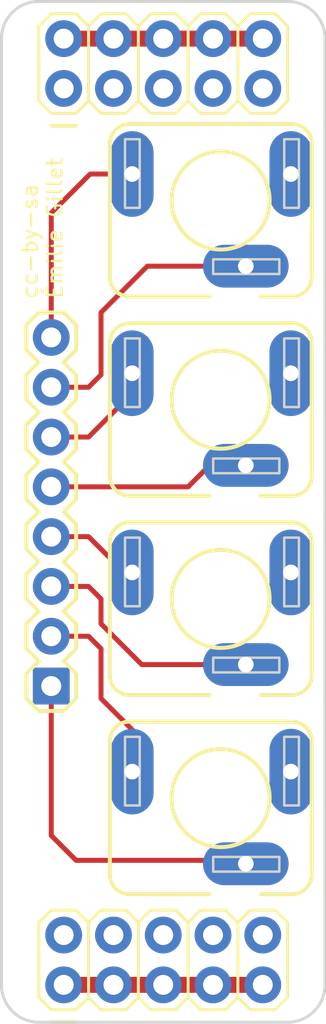
<source format=kicad_pcb>
(kicad_pcb (version 20171130) (host pcbnew 5.0.2+dfsg1-1)

  (general
    (thickness 1.6)
    (drawings 10)
    (tracks 41)
    (zones 0)
    (modules 7)
    (nets 12)
  )

  (page A4)
  (layers
    (0 Top signal)
    (31 Bottom signal)
    (32 B.Adhes user)
    (33 F.Adhes user)
    (34 B.Paste user)
    (35 F.Paste user)
    (36 B.SilkS user)
    (37 F.SilkS user)
    (38 B.Mask user)
    (39 F.Mask user)
    (40 Dwgs.User user)
    (41 Cmts.User user)
    (42 Eco1.User user)
    (43 Eco2.User user)
    (44 Edge.Cuts user)
    (45 Margin user)
    (46 B.CrtYd user)
    (47 F.CrtYd user)
    (48 B.Fab user)
    (49 F.Fab user)
  )

  (setup
    (last_trace_width 0.25)
    (trace_clearance 0.2)
    (zone_clearance 0.508)
    (zone_45_only no)
    (trace_min 0.2)
    (segment_width 0.2)
    (edge_width 0.15)
    (via_size 0.8)
    (via_drill 0.4)
    (via_min_size 0.4)
    (via_min_drill 0.3)
    (uvia_size 0.3)
    (uvia_drill 0.1)
    (uvias_allowed no)
    (uvia_min_size 0.2)
    (uvia_min_drill 0.1)
    (pcb_text_width 0.3)
    (pcb_text_size 1.5 1.5)
    (mod_edge_width 0.15)
    (mod_text_size 1 1)
    (mod_text_width 0.15)
    (pad_size 1.524 1.524)
    (pad_drill 0.762)
    (pad_to_mask_clearance 0.051)
    (solder_mask_min_width 0.25)
    (aux_axis_origin 0 0)
    (visible_elements FFFFFF7F)
    (pcbplotparams
      (layerselection 0x010fc_ffffffff)
      (usegerberextensions false)
      (usegerberattributes false)
      (usegerberadvancedattributes false)
      (creategerberjobfile false)
      (excludeedgelayer true)
      (linewidth 0.100000)
      (plotframeref false)
      (viasonmask false)
      (mode 1)
      (useauxorigin false)
      (hpglpennumber 1)
      (hpglpenspeed 20)
      (hpglpendiameter 15.000000)
      (psnegative false)
      (psa4output false)
      (plotreference true)
      (plotvalue true)
      (plotinvisibletext false)
      (padsonsilk false)
      (subtractmaskfromsilk false)
      (outputformat 1)
      (mirror false)
      (drillshape 1)
      (scaleselection 1)
      (outputdirectory ""))
  )

  (net 0 "")
  (net 1 GND)
  (net 2 VCC)
  (net 3 VEE)
  (net 4 /N$7)
  (net 5 /N$8)
  (net 6 /N$1)
  (net 7 /N$2)
  (net 8 /N$3)
  (net 9 /N$4)
  (net 10 /N$5)
  (net 11 /N$6)

  (net_class Default "Questo è il gruppo di collegamenti predefinito"
    (clearance 0.2)
    (trace_width 0.25)
    (via_dia 0.8)
    (via_drill 0.4)
    (uvia_dia 0.3)
    (uvia_drill 0.1)
    (add_net /N$1)
    (add_net /N$2)
    (add_net /N$3)
    (add_net /N$4)
    (add_net /N$5)
    (add_net /N$6)
    (add_net /N$7)
    (add_net /N$8)
    (add_net GND)
    (add_net VCC)
    (add_net VEE)
  )

  (module AVR_ICSP (layer Top) (tedit 0) (tstamp 5F1FF3B0)
    (at 148.5011 82.1386 90)
    (descr "<b>PIN HEADER</b>")
    (path /5F1FF983)
    (fp_text reference JP1 (at -2.794 3.302 180) (layer F.SilkS) hide
      (effects (font (size 0.38608 0.38608) (thickness 0.032512)) (justify right top))
    )
    (fp_text value M05X2PTH (at -2.794 0.254 180) (layer F.Fab) hide
      (effects (font (size 0.38608 0.38608) (thickness 0.032512)) (justify right top))
    )
    (fp_poly (pts (xy 1.016 2.794) (xy 1.524 2.794) (xy 1.524 2.286) (xy 1.016 2.286)) (layer F.Fab) (width 0))
    (fp_poly (pts (xy -1.524 2.794) (xy -1.016 2.794) (xy -1.016 2.286) (xy -1.524 2.286)) (layer F.Fab) (width 0))
    (fp_poly (pts (xy -1.524 5.334) (xy -1.016 5.334) (xy -1.016 4.826) (xy -1.524 4.826)) (layer F.Fab) (width 0))
    (fp_poly (pts (xy 1.016 5.334) (xy 1.524 5.334) (xy 1.524 4.826) (xy 1.016 4.826)) (layer F.Fab) (width 0))
    (fp_poly (pts (xy -1.524 0.254) (xy -1.016 0.254) (xy -1.016 -0.254) (xy -1.524 -0.254)) (layer F.SilkS) (width 0))
    (fp_poly (pts (xy 1.016 0.254) (xy 1.524 0.254) (xy 1.524 -0.254) (xy 1.016 -0.254)) (layer F.Fab) (width 0))
    (fp_poly (pts (xy -1.524 -2.286) (xy -1.016 -2.286) (xy -1.016 -2.794) (xy -1.524 -2.794)) (layer F.Fab) (width 0))
    (fp_poly (pts (xy 1.016 -2.286) (xy 1.524 -2.286) (xy 1.524 -2.794) (xy 1.016 -2.794)) (layer F.Fab) (width 0))
    (fp_poly (pts (xy 1.016 -4.826) (xy 1.524 -4.826) (xy 1.524 -5.334) (xy 1.016 -5.334)) (layer F.Fab) (width 0))
    (fp_poly (pts (xy -1.524 -4.826) (xy -1.016 -4.826) (xy -1.016 -5.334) (xy -1.524 -5.334)) (layer F.Fab) (width 0))
    (fp_line (start -3.175 -5.715) (end -3.175 -4.445) (layer F.SilkS) (width 0.2032))
    (fp_line (start -2.54 4.445) (end -2.54 5.715) (layer F.SilkS) (width 0.1524))
    (fp_line (start 1.905 6.35) (end -1.905 6.35) (layer F.SilkS) (width 0.1524))
    (fp_line (start 2.54 5.715) (end 1.905 6.35) (layer F.SilkS) (width 0.1524))
    (fp_line (start 2.54 4.445) (end 2.54 5.715) (layer F.SilkS) (width 0.1524))
    (fp_line (start 1.905 3.81) (end 2.54 4.445) (layer F.SilkS) (width 0.1524))
    (fp_line (start -2.54 5.715) (end -1.905 6.35) (layer F.SilkS) (width 0.1524))
    (fp_line (start -1.905 3.81) (end -2.54 4.445) (layer F.SilkS) (width 0.1524))
    (fp_line (start -2.54 -5.715) (end -2.54 -4.445) (layer F.SilkS) (width 0.1524))
    (fp_line (start -2.54 -3.175) (end -2.54 -1.905) (layer F.SilkS) (width 0.1524))
    (fp_line (start -2.54 -0.635) (end -2.54 0.635) (layer F.SilkS) (width 0.1524))
    (fp_line (start -2.54 1.905) (end -2.54 3.175) (layer F.SilkS) (width 0.1524))
    (fp_line (start 1.905 3.81) (end -1.905 3.81) (layer F.SilkS) (width 0.1524))
    (fp_line (start 1.905 1.27) (end -1.905 1.27) (layer F.SilkS) (width 0.1524))
    (fp_line (start 1.905 -1.27) (end -1.905 -1.27) (layer F.SilkS) (width 0.1524))
    (fp_line (start 1.905 -3.81) (end -1.905 -3.81) (layer F.SilkS) (width 0.1524))
    (fp_line (start 2.54 3.175) (end 1.905 3.81) (layer F.SilkS) (width 0.1524))
    (fp_line (start 2.54 1.905) (end 2.54 3.175) (layer F.SilkS) (width 0.1524))
    (fp_line (start 1.905 1.27) (end 2.54 1.905) (layer F.SilkS) (width 0.1524))
    (fp_line (start 2.54 0.635) (end 1.905 1.27) (layer F.SilkS) (width 0.1524))
    (fp_line (start 2.54 -0.635) (end 2.54 0.635) (layer F.SilkS) (width 0.1524))
    (fp_line (start 1.905 -1.27) (end 2.54 -0.635) (layer F.SilkS) (width 0.1524))
    (fp_line (start 2.54 -1.905) (end 1.905 -1.27) (layer F.SilkS) (width 0.1524))
    (fp_line (start 2.54 -3.175) (end 2.54 -1.905) (layer F.SilkS) (width 0.1524))
    (fp_line (start 1.905 -3.81) (end 2.54 -3.175) (layer F.SilkS) (width 0.1524))
    (fp_line (start 2.54 -4.445) (end 1.905 -3.81) (layer F.SilkS) (width 0.1524))
    (fp_line (start 2.54 -5.715) (end 2.54 -4.445) (layer F.SilkS) (width 0.1524))
    (fp_line (start 1.905 -6.35) (end 2.54 -5.715) (layer F.SilkS) (width 0.1524))
    (fp_line (start -1.905 -6.35) (end 1.905 -6.35) (layer F.SilkS) (width 0.1524))
    (fp_line (start -2.54 3.175) (end -1.905 3.81) (layer F.SilkS) (width 0.1524))
    (fp_line (start -1.905 1.27) (end -2.54 1.905) (layer F.SilkS) (width 0.1524))
    (fp_line (start -2.54 0.635) (end -1.905 1.27) (layer F.SilkS) (width 0.1524))
    (fp_line (start -1.905 -1.27) (end -2.54 -0.635) (layer F.SilkS) (width 0.1524))
    (fp_line (start -2.54 -1.905) (end -1.905 -1.27) (layer F.SilkS) (width 0.1524))
    (fp_line (start -1.905 -3.81) (end -2.54 -3.175) (layer F.SilkS) (width 0.1524))
    (fp_line (start -2.54 -4.445) (end -1.905 -3.81) (layer F.SilkS) (width 0.1524))
    (fp_line (start -1.905 -6.35) (end -2.54 -5.715) (layer F.SilkS) (width 0.1524))
    (pad 10 thru_hole circle (at 1.27 5.08) (size 1.8796 1.8796) (drill 1.016) (layers *.Cu *.Mask)
      (net 2 VCC) (solder_mask_margin 0.1016))
    (pad 9 thru_hole circle (at -1.27 5.08) (size 1.8796 1.8796) (drill 1.016) (layers *.Cu *.Mask)
      (net 1 GND) (solder_mask_margin 0.1016))
    (pad 8 thru_hole circle (at 1.27 2.54) (size 1.8796 1.8796) (drill 1.016) (layers *.Cu *.Mask)
      (net 2 VCC) (solder_mask_margin 0.1016))
    (pad 7 thru_hole circle (at -1.27 2.54) (size 1.8796 1.8796) (drill 1.016) (layers *.Cu *.Mask)
      (net 1 GND) (solder_mask_margin 0.1016))
    (pad 6 thru_hole circle (at 1.27 0) (size 1.8796 1.8796) (drill 1.016) (layers *.Cu *.Mask)
      (net 2 VCC) (solder_mask_margin 0.1016))
    (pad 5 thru_hole circle (at -1.27 0) (size 1.8796 1.8796) (drill 1.016) (layers *.Cu *.Mask)
      (net 1 GND) (solder_mask_margin 0.1016))
    (pad 4 thru_hole circle (at 1.27 -2.54) (size 1.8796 1.8796) (drill 1.016) (layers *.Cu *.Mask)
      (net 2 VCC) (solder_mask_margin 0.1016))
    (pad 3 thru_hole circle (at -1.27 -2.54) (size 1.8796 1.8796) (drill 1.016) (layers *.Cu *.Mask)
      (net 1 GND) (solder_mask_margin 0.1016))
    (pad 2 thru_hole circle (at 1.27 -5.08) (size 1.8796 1.8796) (drill 1.016) (layers *.Cu *.Mask)
      (net 2 VCC) (solder_mask_margin 0.1016))
    (pad 1 thru_hole circle (at -1.27 -5.08) (size 1.8796 1.8796) (drill 1.016) (layers *.Cu *.Mask)
      (net 1 GND) (solder_mask_margin 0.1016))
  )

  (module AVR_ICSP (layer Top) (tedit 0) (tstamp 5F1FF3EC)
    (at 148.5011 127.8586 90)
    (descr "<b>PIN HEADER</b>")
    (path /5F1FFB13)
    (fp_text reference JP3 (at -2.794 3.302 180) (layer F.SilkS) hide
      (effects (font (size 0.38608 0.38608) (thickness 0.032512)) (justify right top))
    )
    (fp_text value M05X2PTH (at -2.794 0.254 180) (layer F.Fab) hide
      (effects (font (size 0.38608 0.38608) (thickness 0.032512)) (justify right top))
    )
    (fp_poly (pts (xy 1.016 2.794) (xy 1.524 2.794) (xy 1.524 2.286) (xy 1.016 2.286)) (layer F.Fab) (width 0))
    (fp_poly (pts (xy -1.524 2.794) (xy -1.016 2.794) (xy -1.016 2.286) (xy -1.524 2.286)) (layer F.Fab) (width 0))
    (fp_poly (pts (xy -1.524 5.334) (xy -1.016 5.334) (xy -1.016 4.826) (xy -1.524 4.826)) (layer F.Fab) (width 0))
    (fp_poly (pts (xy 1.016 5.334) (xy 1.524 5.334) (xy 1.524 4.826) (xy 1.016 4.826)) (layer F.Fab) (width 0))
    (fp_poly (pts (xy -1.524 0.254) (xy -1.016 0.254) (xy -1.016 -0.254) (xy -1.524 -0.254)) (layer F.SilkS) (width 0))
    (fp_poly (pts (xy 1.016 0.254) (xy 1.524 0.254) (xy 1.524 -0.254) (xy 1.016 -0.254)) (layer F.Fab) (width 0))
    (fp_poly (pts (xy -1.524 -2.286) (xy -1.016 -2.286) (xy -1.016 -2.794) (xy -1.524 -2.794)) (layer F.Fab) (width 0))
    (fp_poly (pts (xy 1.016 -2.286) (xy 1.524 -2.286) (xy 1.524 -2.794) (xy 1.016 -2.794)) (layer F.Fab) (width 0))
    (fp_poly (pts (xy 1.016 -4.826) (xy 1.524 -4.826) (xy 1.524 -5.334) (xy 1.016 -5.334)) (layer F.Fab) (width 0))
    (fp_poly (pts (xy -1.524 -4.826) (xy -1.016 -4.826) (xy -1.016 -5.334) (xy -1.524 -5.334)) (layer F.Fab) (width 0))
    (fp_line (start -3.175 -5.715) (end -3.175 -4.445) (layer F.SilkS) (width 0.2032))
    (fp_line (start -2.54 4.445) (end -2.54 5.715) (layer F.SilkS) (width 0.1524))
    (fp_line (start 1.905 6.35) (end -1.905 6.35) (layer F.SilkS) (width 0.1524))
    (fp_line (start 2.54 5.715) (end 1.905 6.35) (layer F.SilkS) (width 0.1524))
    (fp_line (start 2.54 4.445) (end 2.54 5.715) (layer F.SilkS) (width 0.1524))
    (fp_line (start 1.905 3.81) (end 2.54 4.445) (layer F.SilkS) (width 0.1524))
    (fp_line (start -2.54 5.715) (end -1.905 6.35) (layer F.SilkS) (width 0.1524))
    (fp_line (start -1.905 3.81) (end -2.54 4.445) (layer F.SilkS) (width 0.1524))
    (fp_line (start -2.54 -5.715) (end -2.54 -4.445) (layer F.SilkS) (width 0.1524))
    (fp_line (start -2.54 -3.175) (end -2.54 -1.905) (layer F.SilkS) (width 0.1524))
    (fp_line (start -2.54 -0.635) (end -2.54 0.635) (layer F.SilkS) (width 0.1524))
    (fp_line (start -2.54 1.905) (end -2.54 3.175) (layer F.SilkS) (width 0.1524))
    (fp_line (start 1.905 3.81) (end -1.905 3.81) (layer F.SilkS) (width 0.1524))
    (fp_line (start 1.905 1.27) (end -1.905 1.27) (layer F.SilkS) (width 0.1524))
    (fp_line (start 1.905 -1.27) (end -1.905 -1.27) (layer F.SilkS) (width 0.1524))
    (fp_line (start 1.905 -3.81) (end -1.905 -3.81) (layer F.SilkS) (width 0.1524))
    (fp_line (start 2.54 3.175) (end 1.905 3.81) (layer F.SilkS) (width 0.1524))
    (fp_line (start 2.54 1.905) (end 2.54 3.175) (layer F.SilkS) (width 0.1524))
    (fp_line (start 1.905 1.27) (end 2.54 1.905) (layer F.SilkS) (width 0.1524))
    (fp_line (start 2.54 0.635) (end 1.905 1.27) (layer F.SilkS) (width 0.1524))
    (fp_line (start 2.54 -0.635) (end 2.54 0.635) (layer F.SilkS) (width 0.1524))
    (fp_line (start 1.905 -1.27) (end 2.54 -0.635) (layer F.SilkS) (width 0.1524))
    (fp_line (start 2.54 -1.905) (end 1.905 -1.27) (layer F.SilkS) (width 0.1524))
    (fp_line (start 2.54 -3.175) (end 2.54 -1.905) (layer F.SilkS) (width 0.1524))
    (fp_line (start 1.905 -3.81) (end 2.54 -3.175) (layer F.SilkS) (width 0.1524))
    (fp_line (start 2.54 -4.445) (end 1.905 -3.81) (layer F.SilkS) (width 0.1524))
    (fp_line (start 2.54 -5.715) (end 2.54 -4.445) (layer F.SilkS) (width 0.1524))
    (fp_line (start 1.905 -6.35) (end 2.54 -5.715) (layer F.SilkS) (width 0.1524))
    (fp_line (start -1.905 -6.35) (end 1.905 -6.35) (layer F.SilkS) (width 0.1524))
    (fp_line (start -2.54 3.175) (end -1.905 3.81) (layer F.SilkS) (width 0.1524))
    (fp_line (start -1.905 1.27) (end -2.54 1.905) (layer F.SilkS) (width 0.1524))
    (fp_line (start -2.54 0.635) (end -1.905 1.27) (layer F.SilkS) (width 0.1524))
    (fp_line (start -1.905 -1.27) (end -2.54 -0.635) (layer F.SilkS) (width 0.1524))
    (fp_line (start -2.54 -1.905) (end -1.905 -1.27) (layer F.SilkS) (width 0.1524))
    (fp_line (start -1.905 -3.81) (end -2.54 -3.175) (layer F.SilkS) (width 0.1524))
    (fp_line (start -2.54 -4.445) (end -1.905 -3.81) (layer F.SilkS) (width 0.1524))
    (fp_line (start -1.905 -6.35) (end -2.54 -5.715) (layer F.SilkS) (width 0.1524))
    (pad 10 thru_hole circle (at 1.27 5.08) (size 1.8796 1.8796) (drill 1.016) (layers *.Cu *.Mask)
      (net 1 GND) (solder_mask_margin 0.1016))
    (pad 9 thru_hole circle (at -1.27 5.08) (size 1.8796 1.8796) (drill 1.016) (layers *.Cu *.Mask)
      (net 3 VEE) (solder_mask_margin 0.1016))
    (pad 8 thru_hole circle (at 1.27 2.54) (size 1.8796 1.8796) (drill 1.016) (layers *.Cu *.Mask)
      (net 1 GND) (solder_mask_margin 0.1016))
    (pad 7 thru_hole circle (at -1.27 2.54) (size 1.8796 1.8796) (drill 1.016) (layers *.Cu *.Mask)
      (net 3 VEE) (solder_mask_margin 0.1016))
    (pad 6 thru_hole circle (at 1.27 0) (size 1.8796 1.8796) (drill 1.016) (layers *.Cu *.Mask)
      (net 1 GND) (solder_mask_margin 0.1016))
    (pad 5 thru_hole circle (at -1.27 0) (size 1.8796 1.8796) (drill 1.016) (layers *.Cu *.Mask)
      (net 3 VEE) (solder_mask_margin 0.1016))
    (pad 4 thru_hole circle (at 1.27 -2.54) (size 1.8796 1.8796) (drill 1.016) (layers *.Cu *.Mask)
      (net 1 GND) (solder_mask_margin 0.1016))
    (pad 3 thru_hole circle (at -1.27 -2.54) (size 1.8796 1.8796) (drill 1.016) (layers *.Cu *.Mask)
      (net 3 VEE) (solder_mask_margin 0.1016))
    (pad 2 thru_hole circle (at 1.27 -5.08) (size 1.8796 1.8796) (drill 1.016) (layers *.Cu *.Mask)
      (net 1 GND) (solder_mask_margin 0.1016))
    (pad 1 thru_hole circle (at -1.27 -5.08) (size 1.8796 1.8796) (drill 1.016) (layers *.Cu *.Mask)
      (net 3 VEE) (solder_mask_margin 0.1016))
  )

  (module 1502_03_SLOTTED (layer Top) (tedit 0) (tstamp 5F1FF428)
    (at 151.6761 99.2836 90)
    (path /5F1FF72B)
    (fp_text reference J2 (at -4.675 -6.445 90) (layer F.SilkS) hide
      (effects (font (size 1.2065 1.2065) (thickness 0.1016)) (justify left bottom))
    )
    (fp_text value 1502_03SLOTTED (at 0 0 90) (layer F.SilkS) hide
      (effects (font (size 1.27 1.27) (thickness 0.15)))
    )
    (fp_circle (center 0 -0.246) (end 3.6 -0.246) (layer F.Fab) (width 0.2032))
    (fp_circle (center 0 -0.246) (end 2.5 -0.246) (layer F.SilkS) (width 0.2032))
    (fp_line (start 3.125 3.75) (end 3.125 3) (layer Edge.Cuts) (width 0.127))
    (fp_line (start -0.375 3.75) (end 3.125 3.75) (layer Edge.Cuts) (width 0.127))
    (fp_line (start -0.375 3) (end -0.375 3.75) (layer Edge.Cuts) (width 0.127))
    (fp_line (start 3.125 3) (end -0.375 3) (layer Edge.Cuts) (width 0.127))
    (fp_line (start -3.75 2.75) (end -3.75 -0.625) (layer Edge.Cuts) (width 0.127))
    (fp_line (start -3 2.75) (end -3.75 2.75) (layer Edge.Cuts) (width 0.127))
    (fp_line (start -3 -0.625) (end -3 2.75) (layer Edge.Cuts) (width 0.127))
    (fp_line (start -3.75 -0.625) (end -3 -0.625) (layer Edge.Cuts) (width 0.127))
    (fp_line (start 3.125 -5.125) (end -0.375 -5.125) (layer Edge.Cuts) (width 0.127))
    (fp_line (start 3.125 -4.375) (end 3.125 -5.125) (layer Edge.Cuts) (width 0.127))
    (fp_line (start -0.375 -4.375) (end 3.125 -4.375) (layer Edge.Cuts) (width 0.127))
    (fp_line (start -0.375 -5.125) (end -0.375 -4.375) (layer Edge.Cuts) (width 0.127))
    (fp_line (start -4.9 3.4) (end -4.9 1.8) (layer F.SilkS) (width 0.2032))
    (fp_arc (start -3.9 3.4) (end -3.9 4.4) (angle 90) (layer F.SilkS) (width 0.2032))
    (fp_line (start 2.9 4.4) (end -3.9 4.4) (layer F.SilkS) (width 0.2032))
    (fp_arc (start 2.9 3.4) (end 3.9 3.4) (angle 90) (layer F.SilkS) (width 0.2032))
    (fp_line (start 3.9 -4.9) (end 3.9 3.4) (layer F.SilkS) (width 0.2032))
    (fp_arc (start 2.9 -4.9) (end 2.9 -5.9) (angle 90) (layer F.SilkS) (width 0.2032))
    (fp_line (start -3.9 -5.9) (end 2.9 -5.9) (layer F.SilkS) (width 0.2032))
    (fp_arc (start -3.9 -4.9) (end -4.9 -4.9) (angle 90) (layer F.SilkS) (width 0.2032))
    (fp_line (start -4.9 -0.8) (end -4.9 -4.9) (layer F.SilkS) (width 0.2032))
    (fp_line (start -4.9 1.8) (end -4.9 -0.8) (layer F.Fab) (width 0.2032))
    (pad 2 thru_hole oval (at 1.35 -4.76 270) (size 4.3688 2.1844) (drill 0.8) (layers *.Cu *.Mask)
      (net 6 /N$1) (solder_mask_margin 0.1016))
    (pad 3 thru_hole oval (at -3.35 1.04 180) (size 4.3688 2.1844) (drill 0.8) (layers *.Cu *.Mask)
      (net 7 /N$2) (solder_mask_margin 0.1016))
    (pad 1 thru_hole oval (at 1.35 3.34 270) (size 4.3688 2.1844) (drill 0.8) (layers *.Cu *.Mask)
      (net 1 GND) (solder_mask_margin 0.1016))
  )

  (module 1502_03_SLOTTED (layer Top) (tedit 0) (tstamp 5F1FF446)
    (at 151.6761 109.4436 90)
    (path /5F1FF7F3)
    (fp_text reference J3 (at -4.675 -6.445 90) (layer F.SilkS) hide
      (effects (font (size 1.2065 1.2065) (thickness 0.1016)) (justify left bottom))
    )
    (fp_text value 1502_03SLOTTED (at 0 0 90) (layer F.SilkS) hide
      (effects (font (size 1.27 1.27) (thickness 0.15)))
    )
    (fp_circle (center 0 -0.246) (end 3.6 -0.246) (layer F.Fab) (width 0.2032))
    (fp_circle (center 0 -0.246) (end 2.5 -0.246) (layer F.SilkS) (width 0.2032))
    (fp_line (start 3.125 3.75) (end 3.125 3) (layer Edge.Cuts) (width 0.127))
    (fp_line (start -0.375 3.75) (end 3.125 3.75) (layer Edge.Cuts) (width 0.127))
    (fp_line (start -0.375 3) (end -0.375 3.75) (layer Edge.Cuts) (width 0.127))
    (fp_line (start 3.125 3) (end -0.375 3) (layer Edge.Cuts) (width 0.127))
    (fp_line (start -3.75 2.75) (end -3.75 -0.625) (layer Edge.Cuts) (width 0.127))
    (fp_line (start -3 2.75) (end -3.75 2.75) (layer Edge.Cuts) (width 0.127))
    (fp_line (start -3 -0.625) (end -3 2.75) (layer Edge.Cuts) (width 0.127))
    (fp_line (start -3.75 -0.625) (end -3 -0.625) (layer Edge.Cuts) (width 0.127))
    (fp_line (start 3.125 -5.125) (end -0.375 -5.125) (layer Edge.Cuts) (width 0.127))
    (fp_line (start 3.125 -4.375) (end 3.125 -5.125) (layer Edge.Cuts) (width 0.127))
    (fp_line (start -0.375 -4.375) (end 3.125 -4.375) (layer Edge.Cuts) (width 0.127))
    (fp_line (start -0.375 -5.125) (end -0.375 -4.375) (layer Edge.Cuts) (width 0.127))
    (fp_line (start -4.9 3.4) (end -4.9 1.8) (layer F.SilkS) (width 0.2032))
    (fp_arc (start -3.9 3.4) (end -3.9 4.4) (angle 90) (layer F.SilkS) (width 0.2032))
    (fp_line (start 2.9 4.4) (end -3.9 4.4) (layer F.SilkS) (width 0.2032))
    (fp_arc (start 2.9 3.4) (end 3.9 3.4) (angle 90) (layer F.SilkS) (width 0.2032))
    (fp_line (start 3.9 -4.9) (end 3.9 3.4) (layer F.SilkS) (width 0.2032))
    (fp_arc (start 2.9 -4.9) (end 2.9 -5.9) (angle 90) (layer F.SilkS) (width 0.2032))
    (fp_line (start -3.9 -5.9) (end 2.9 -5.9) (layer F.SilkS) (width 0.2032))
    (fp_arc (start -3.9 -4.9) (end -4.9 -4.9) (angle 90) (layer F.SilkS) (width 0.2032))
    (fp_line (start -4.9 -0.8) (end -4.9 -4.9) (layer F.SilkS) (width 0.2032))
    (fp_line (start -4.9 1.8) (end -4.9 -0.8) (layer F.Fab) (width 0.2032))
    (pad 2 thru_hole oval (at 1.35 -4.76 270) (size 4.3688 2.1844) (drill 0.8) (layers *.Cu *.Mask)
      (net 8 /N$3) (solder_mask_margin 0.1016))
    (pad 3 thru_hole oval (at -3.35 1.04 180) (size 4.3688 2.1844) (drill 0.8) (layers *.Cu *.Mask)
      (net 9 /N$4) (solder_mask_margin 0.1016))
    (pad 1 thru_hole oval (at 1.35 3.34 270) (size 4.3688 2.1844) (drill 0.8) (layers *.Cu *.Mask)
      (net 1 GND) (solder_mask_margin 0.1016))
  )

  (module 1502_03_SLOTTED (layer Top) (tedit 0) (tstamp 5F1FF464)
    (at 151.6761 119.6036 90)
    (path /5F1FF8BB)
    (fp_text reference J4 (at -4.675 -6.445 90) (layer F.SilkS) hide
      (effects (font (size 1.2065 1.2065) (thickness 0.1016)) (justify left bottom))
    )
    (fp_text value 1502_03SLOTTED (at 0 0 90) (layer F.SilkS) hide
      (effects (font (size 1.27 1.27) (thickness 0.15)))
    )
    (fp_circle (center 0 -0.246) (end 3.6 -0.246) (layer F.Fab) (width 0.2032))
    (fp_circle (center 0 -0.246) (end 2.5 -0.246) (layer F.SilkS) (width 0.2032))
    (fp_line (start 3.125 3.75) (end 3.125 3) (layer Edge.Cuts) (width 0.127))
    (fp_line (start -0.375 3.75) (end 3.125 3.75) (layer Edge.Cuts) (width 0.127))
    (fp_line (start -0.375 3) (end -0.375 3.75) (layer Edge.Cuts) (width 0.127))
    (fp_line (start 3.125 3) (end -0.375 3) (layer Edge.Cuts) (width 0.127))
    (fp_line (start -3.75 2.75) (end -3.75 -0.625) (layer Edge.Cuts) (width 0.127))
    (fp_line (start -3 2.75) (end -3.75 2.75) (layer Edge.Cuts) (width 0.127))
    (fp_line (start -3 -0.625) (end -3 2.75) (layer Edge.Cuts) (width 0.127))
    (fp_line (start -3.75 -0.625) (end -3 -0.625) (layer Edge.Cuts) (width 0.127))
    (fp_line (start 3.125 -5.125) (end -0.375 -5.125) (layer Edge.Cuts) (width 0.127))
    (fp_line (start 3.125 -4.375) (end 3.125 -5.125) (layer Edge.Cuts) (width 0.127))
    (fp_line (start -0.375 -4.375) (end 3.125 -4.375) (layer Edge.Cuts) (width 0.127))
    (fp_line (start -0.375 -5.125) (end -0.375 -4.375) (layer Edge.Cuts) (width 0.127))
    (fp_line (start -4.9 3.4) (end -4.9 1.8) (layer F.SilkS) (width 0.2032))
    (fp_arc (start -3.9 3.4) (end -3.9 4.4) (angle 90) (layer F.SilkS) (width 0.2032))
    (fp_line (start 2.9 4.4) (end -3.9 4.4) (layer F.SilkS) (width 0.2032))
    (fp_arc (start 2.9 3.4) (end 3.9 3.4) (angle 90) (layer F.SilkS) (width 0.2032))
    (fp_line (start 3.9 -4.9) (end 3.9 3.4) (layer F.SilkS) (width 0.2032))
    (fp_arc (start 2.9 -4.9) (end 2.9 -5.9) (angle 90) (layer F.SilkS) (width 0.2032))
    (fp_line (start -3.9 -5.9) (end 2.9 -5.9) (layer F.SilkS) (width 0.2032))
    (fp_arc (start -3.9 -4.9) (end -4.9 -4.9) (angle 90) (layer F.SilkS) (width 0.2032))
    (fp_line (start -4.9 -0.8) (end -4.9 -4.9) (layer F.SilkS) (width 0.2032))
    (fp_line (start -4.9 1.8) (end -4.9 -0.8) (layer F.Fab) (width 0.2032))
    (pad 2 thru_hole oval (at 1.35 -4.76 270) (size 4.3688 2.1844) (drill 0.8) (layers *.Cu *.Mask)
      (net 10 /N$5) (solder_mask_margin 0.1016))
    (pad 3 thru_hole oval (at -3.35 1.04 180) (size 4.3688 2.1844) (drill 0.8) (layers *.Cu *.Mask)
      (net 11 /N$6) (solder_mask_margin 0.1016))
    (pad 1 thru_hole oval (at 1.35 3.34 270) (size 4.3688 2.1844) (drill 0.8) (layers *.Cu *.Mask)
      (net 1 GND) (solder_mask_margin 0.1016))
  )

  (module 1502_03_SLOTTED (layer Top) (tedit 0) (tstamp 5F1FF482)
    (at 151.6761 89.1236 90)
    (path /5F1FF663)
    (fp_text reference J1 (at -4.675 -6.445 90) (layer F.SilkS) hide
      (effects (font (size 1.2065 1.2065) (thickness 0.1016)) (justify left bottom))
    )
    (fp_text value 1502_03SLOTTED (at 0 0 90) (layer F.SilkS) hide
      (effects (font (size 1.27 1.27) (thickness 0.15)))
    )
    (fp_circle (center 0 -0.246) (end 3.6 -0.246) (layer F.Fab) (width 0.2032))
    (fp_circle (center 0 -0.246) (end 2.5 -0.246) (layer F.SilkS) (width 0.2032))
    (fp_line (start 3.125 3.75) (end 3.125 3) (layer Edge.Cuts) (width 0.127))
    (fp_line (start -0.375 3.75) (end 3.125 3.75) (layer Edge.Cuts) (width 0.127))
    (fp_line (start -0.375 3) (end -0.375 3.75) (layer Edge.Cuts) (width 0.127))
    (fp_line (start 3.125 3) (end -0.375 3) (layer Edge.Cuts) (width 0.127))
    (fp_line (start -3.75 2.75) (end -3.75 -0.625) (layer Edge.Cuts) (width 0.127))
    (fp_line (start -3 2.75) (end -3.75 2.75) (layer Edge.Cuts) (width 0.127))
    (fp_line (start -3 -0.625) (end -3 2.75) (layer Edge.Cuts) (width 0.127))
    (fp_line (start -3.75 -0.625) (end -3 -0.625) (layer Edge.Cuts) (width 0.127))
    (fp_line (start 3.125 -5.125) (end -0.375 -5.125) (layer Edge.Cuts) (width 0.127))
    (fp_line (start 3.125 -4.375) (end 3.125 -5.125) (layer Edge.Cuts) (width 0.127))
    (fp_line (start -0.375 -4.375) (end 3.125 -4.375) (layer Edge.Cuts) (width 0.127))
    (fp_line (start -0.375 -5.125) (end -0.375 -4.375) (layer Edge.Cuts) (width 0.127))
    (fp_line (start -4.9 3.4) (end -4.9 1.8) (layer F.SilkS) (width 0.2032))
    (fp_arc (start -3.9 3.4) (end -3.9 4.4) (angle 90) (layer F.SilkS) (width 0.2032))
    (fp_line (start 2.9 4.4) (end -3.9 4.4) (layer F.SilkS) (width 0.2032))
    (fp_arc (start 2.9 3.4) (end 3.9 3.4) (angle 90) (layer F.SilkS) (width 0.2032))
    (fp_line (start 3.9 -4.9) (end 3.9 3.4) (layer F.SilkS) (width 0.2032))
    (fp_arc (start 2.9 -4.9) (end 2.9 -5.9) (angle 90) (layer F.SilkS) (width 0.2032))
    (fp_line (start -3.9 -5.9) (end 2.9 -5.9) (layer F.SilkS) (width 0.2032))
    (fp_arc (start -3.9 -4.9) (end -4.9 -4.9) (angle 90) (layer F.SilkS) (width 0.2032))
    (fp_line (start -4.9 -0.8) (end -4.9 -4.9) (layer F.SilkS) (width 0.2032))
    (fp_line (start -4.9 1.8) (end -4.9 -0.8) (layer F.Fab) (width 0.2032))
    (pad 2 thru_hole oval (at 1.35 -4.76 270) (size 4.3688 2.1844) (drill 0.8) (layers *.Cu *.Mask)
      (net 4 /N$7) (solder_mask_margin 0.1016))
    (pad 3 thru_hole oval (at -3.35 1.04 180) (size 4.3688 2.1844) (drill 0.8) (layers *.Cu *.Mask)
      (net 5 /N$8) (solder_mask_margin 0.1016))
    (pad 1 thru_hole oval (at 1.35 3.34 270) (size 4.3688 2.1844) (drill 0.8) (layers *.Cu *.Mask)
      (net 1 GND) (solder_mask_margin 0.1016))
  )

  (module 1X08 (layer Top) (tedit 0) (tstamp 5F1FF4A0)
    (at 142.7861 113.8886 90)
    (path /5F1FFA4B)
    (fp_text reference JP2 (at -1.3462 -1.8288 90) (layer F.SilkS) hide
      (effects (font (size 1.2065 1.2065) (thickness 0.127)) (justify left bottom))
    )
    (fp_text value ~ (at -1.27 3.175 90) (layer F.Fab)
      (effects (font (size 1.2065 1.2065) (thickness 0.09652)) (justify left bottom))
    )
    (fp_poly (pts (xy 17.526 0.254) (xy 18.034 0.254) (xy 18.034 -0.254) (xy 17.526 -0.254)) (layer F.Fab) (width 0))
    (fp_poly (pts (xy -0.254 0.254) (xy 0.254 0.254) (xy 0.254 -0.254) (xy -0.254 -0.254)) (layer F.Fab) (width 0))
    (fp_poly (pts (xy 2.286 0.254) (xy 2.794 0.254) (xy 2.794 -0.254) (xy 2.286 -0.254)) (layer F.Fab) (width 0))
    (fp_poly (pts (xy 4.826 0.254) (xy 5.334 0.254) (xy 5.334 -0.254) (xy 4.826 -0.254)) (layer F.Fab) (width 0))
    (fp_poly (pts (xy 7.366 0.254) (xy 7.874 0.254) (xy 7.874 -0.254) (xy 7.366 -0.254)) (layer F.Fab) (width 0))
    (fp_poly (pts (xy 9.906 0.254) (xy 10.414 0.254) (xy 10.414 -0.254) (xy 9.906 -0.254)) (layer F.Fab) (width 0))
    (fp_poly (pts (xy 12.446 0.254) (xy 12.954 0.254) (xy 12.954 -0.254) (xy 12.446 -0.254)) (layer F.Fab) (width 0))
    (fp_poly (pts (xy 14.986 0.254) (xy 15.494 0.254) (xy 15.494 -0.254) (xy 14.986 -0.254)) (layer F.Fab) (width 0))
    (fp_line (start 18.415 1.27) (end 17.145 1.27) (layer F.SilkS) (width 0.2032))
    (fp_line (start 16.51 0.635) (end 17.145 1.27) (layer F.SilkS) (width 0.2032))
    (fp_line (start 17.145 -1.27) (end 16.51 -0.635) (layer F.SilkS) (width 0.2032))
    (fp_line (start 19.05 0.635) (end 18.415 1.27) (layer F.SilkS) (width 0.2032))
    (fp_line (start 19.05 -0.635) (end 19.05 0.635) (layer F.SilkS) (width 0.2032))
    (fp_line (start 18.415 -1.27) (end 19.05 -0.635) (layer F.SilkS) (width 0.2032))
    (fp_line (start 17.145 -1.27) (end 18.415 -1.27) (layer F.SilkS) (width 0.2032))
    (fp_line (start 0.635 1.27) (end -0.635 1.27) (layer F.SilkS) (width 0.2032))
    (fp_line (start -1.27 0.635) (end -0.635 1.27) (layer F.SilkS) (width 0.2032))
    (fp_line (start -0.635 -1.27) (end -1.27 -0.635) (layer F.SilkS) (width 0.2032))
    (fp_line (start -1.27 -0.635) (end -1.27 0.635) (layer F.SilkS) (width 0.2032))
    (fp_line (start 1.905 1.27) (end 1.27 0.635) (layer F.SilkS) (width 0.2032))
    (fp_line (start 3.175 1.27) (end 1.905 1.27) (layer F.SilkS) (width 0.2032))
    (fp_line (start 3.81 0.635) (end 3.175 1.27) (layer F.SilkS) (width 0.2032))
    (fp_line (start 3.175 -1.27) (end 3.81 -0.635) (layer F.SilkS) (width 0.2032))
    (fp_line (start 1.905 -1.27) (end 3.175 -1.27) (layer F.SilkS) (width 0.2032))
    (fp_line (start 1.27 -0.635) (end 1.905 -1.27) (layer F.SilkS) (width 0.2032))
    (fp_line (start 1.27 0.635) (end 0.635 1.27) (layer F.SilkS) (width 0.2032))
    (fp_line (start 0.635 -1.27) (end 1.27 -0.635) (layer F.SilkS) (width 0.2032))
    (fp_line (start -0.635 -1.27) (end 0.635 -1.27) (layer F.SilkS) (width 0.2032))
    (fp_line (start 8.255 1.27) (end 6.985 1.27) (layer F.SilkS) (width 0.2032))
    (fp_line (start 6.35 0.635) (end 6.985 1.27) (layer F.SilkS) (width 0.2032))
    (fp_line (start 6.985 -1.27) (end 6.35 -0.635) (layer F.SilkS) (width 0.2032))
    (fp_line (start 4.445 1.27) (end 3.81 0.635) (layer F.SilkS) (width 0.2032))
    (fp_line (start 5.715 1.27) (end 4.445 1.27) (layer F.SilkS) (width 0.2032))
    (fp_line (start 6.35 0.635) (end 5.715 1.27) (layer F.SilkS) (width 0.2032))
    (fp_line (start 5.715 -1.27) (end 6.35 -0.635) (layer F.SilkS) (width 0.2032))
    (fp_line (start 4.445 -1.27) (end 5.715 -1.27) (layer F.SilkS) (width 0.2032))
    (fp_line (start 3.81 -0.635) (end 4.445 -1.27) (layer F.SilkS) (width 0.2032))
    (fp_line (start 9.525 1.27) (end 8.89 0.635) (layer F.SilkS) (width 0.2032))
    (fp_line (start 10.795 1.27) (end 9.525 1.27) (layer F.SilkS) (width 0.2032))
    (fp_line (start 11.43 0.635) (end 10.795 1.27) (layer F.SilkS) (width 0.2032))
    (fp_line (start 10.795 -1.27) (end 11.43 -0.635) (layer F.SilkS) (width 0.2032))
    (fp_line (start 9.525 -1.27) (end 10.795 -1.27) (layer F.SilkS) (width 0.2032))
    (fp_line (start 8.89 -0.635) (end 9.525 -1.27) (layer F.SilkS) (width 0.2032))
    (fp_line (start 8.89 0.635) (end 8.255 1.27) (layer F.SilkS) (width 0.2032))
    (fp_line (start 8.255 -1.27) (end 8.89 -0.635) (layer F.SilkS) (width 0.2032))
    (fp_line (start 6.985 -1.27) (end 8.255 -1.27) (layer F.SilkS) (width 0.2032))
    (fp_line (start 15.875 1.27) (end 14.605 1.27) (layer F.SilkS) (width 0.2032))
    (fp_line (start 13.97 0.635) (end 14.605 1.27) (layer F.SilkS) (width 0.2032))
    (fp_line (start 14.605 -1.27) (end 13.97 -0.635) (layer F.SilkS) (width 0.2032))
    (fp_line (start 12.065 1.27) (end 11.43 0.635) (layer F.SilkS) (width 0.2032))
    (fp_line (start 13.335 1.27) (end 12.065 1.27) (layer F.SilkS) (width 0.2032))
    (fp_line (start 13.97 0.635) (end 13.335 1.27) (layer F.SilkS) (width 0.2032))
    (fp_line (start 13.335 -1.27) (end 13.97 -0.635) (layer F.SilkS) (width 0.2032))
    (fp_line (start 12.065 -1.27) (end 13.335 -1.27) (layer F.SilkS) (width 0.2032))
    (fp_line (start 11.43 -0.635) (end 12.065 -1.27) (layer F.SilkS) (width 0.2032))
    (fp_line (start 16.51 0.635) (end 15.875 1.27) (layer F.SilkS) (width 0.2032))
    (fp_line (start 15.875 -1.27) (end 16.51 -0.635) (layer F.SilkS) (width 0.2032))
    (fp_line (start 14.605 -1.27) (end 15.875 -1.27) (layer F.SilkS) (width 0.2032))
    (pad 8 thru_hole circle (at 17.78 0 180) (size 1.8796 1.8796) (drill 1.016) (layers *.Cu *.Mask)
      (net 4 /N$7) (solder_mask_margin 0.1016))
    (pad 7 thru_hole circle (at 15.24 0 180) (size 1.8796 1.8796) (drill 1.016) (layers *.Cu *.Mask)
      (net 5 /N$8) (solder_mask_margin 0.1016))
    (pad 6 thru_hole circle (at 12.7 0 180) (size 1.8796 1.8796) (drill 1.016) (layers *.Cu *.Mask)
      (net 6 /N$1) (solder_mask_margin 0.1016))
    (pad 5 thru_hole circle (at 10.16 0 180) (size 1.8796 1.8796) (drill 1.016) (layers *.Cu *.Mask)
      (net 7 /N$2) (solder_mask_margin 0.1016))
    (pad 4 thru_hole circle (at 7.62 0 180) (size 1.8796 1.8796) (drill 1.016) (layers *.Cu *.Mask)
      (net 8 /N$3) (solder_mask_margin 0.1016))
    (pad 3 thru_hole circle (at 5.08 0 180) (size 1.8796 1.8796) (drill 1.016) (layers *.Cu *.Mask)
      (net 9 /N$4) (solder_mask_margin 0.1016))
    (pad 2 thru_hole circle (at 2.54 0 180) (size 1.8796 1.8796) (drill 1.016) (layers *.Cu *.Mask)
      (net 10 /N$5) (solder_mask_margin 0.1016))
    (pad 1 thru_hole rect (at 0 0 180) (size 1.8796 1.8796) (drill 1.016) (layers *.Cu *.Mask)
      (net 11 /N$6) (solder_mask_margin 0.1016))
  )

  (gr_arc (start 154.8511 129.1286) (end 154.8511 131.0336) (angle -90) (layer Edge.Cuts) (width 0.15) (tstamp 55B4E2DF7330))
  (gr_line (start 156.7561 129.1286) (end 156.7561 80.8686) (layer Edge.Cuts) (width 0.15) (tstamp 55B4E2DF78A0))
  (gr_arc (start 154.8611 80.8686) (end 156.7561 80.8686) (angle -90) (layer Edge.Cuts) (width 0.15) (tstamp 55B4E2D95870))
  (gr_line (start 154.8611 78.9736) (end 142.1411 78.9736) (layer Edge.Cuts) (width 0.15) (tstamp 55B4E2D95DB0))
  (gr_arc (start 142.1411 80.8686) (end 142.1411 78.9736) (angle -90) (layer Edge.Cuts) (width 0.15) (tstamp 55B4E2D96270))
  (gr_line (start 140.2461 80.8686) (end 140.2461 129.1286) (layer Edge.Cuts) (width 0.15) (tstamp 55B4E29940A0))
  (gr_arc (start 142.1511 129.1286) (end 140.2461 129.1286) (angle -90) (layer Edge.Cuts) (width 0.15) (tstamp 55B4E2994510))
  (gr_line (start 142.1511 131.0336) (end 154.8511 131.0336) (layer Edge.Cuts) (width 0.15) (tstamp 55B4E2994A60))
  (gr_text cc-by-sa (at 142.1511 94.2036 90) (layer F.SilkS) (tstamp 55B4E2994FF0)
    (effects (font (size 0.77216 0.77216) (thickness 0.12192)) (justify left bottom))
  )
  (gr_text "Émilie Gillet" (at 143.4211 94.2036 90) (layer F.SilkS) (tstamp 55B4E2DB1340)
    (effects (font (size 0.77216 0.77216) (thickness 0.12192)) (justify left bottom))
  )

  (segment (start 143.4211 80.8686) (end 145.9611 80.8686) (width 0.8128) (layer Top) (net 2) (tstamp 55B4E1C6B9F0))
  (segment (start 145.9611 80.8686) (end 148.5011 80.8686) (width 0.8128) (layer Top) (net 2) (tstamp 55B4E1C6BEF0))
  (segment (start 148.5011 80.8686) (end 151.0411 80.8686) (width 0.8128) (layer Top) (net 2) (tstamp 55B4E1C6C3C0))
  (segment (start 151.0411 80.8686) (end 153.5811 80.8686) (width 0.8128) (layer Top) (net 2) (tstamp 55B4E1C6C890))
  (segment (start 143.4211 129.1286) (end 145.9611 129.1286) (width 0.8128) (layer Top) (net 3) (tstamp 55B4E1C6D8F0))
  (segment (start 145.9611 129.1286) (end 148.5011 129.1286) (width 0.8128) (layer Top) (net 3) (tstamp 55B4E1C6DDF0))
  (segment (start 148.5011 129.1286) (end 151.0411 129.1286) (width 0.8128) (layer Top) (net 3) (tstamp 55B4E1C6E2C0))
  (segment (start 151.0411 129.1286) (end 153.5811 129.1286) (width 0.8128) (layer Top) (net 3) (tstamp 55B4E1C6E790))
  (segment (start 142.7861 96.1086) (end 142.7861 89.7586) (width 0.254) (layer Top) (net 4) (tstamp 55B4E1C78AF0))
  (segment (start 142.7861 89.7586) (end 144.7711 87.7736) (width 0.254) (layer Top) (net 4) (tstamp 55B4E1C79010))
  (segment (start 144.7711 87.7736) (end 146.9161 87.7736) (width 0.254) (layer Top) (net 4) (tstamp 55B4E1C794E0))
  (segment (start 142.7861 98.6486) (end 144.6911 98.6486) (width 0.254) (layer Top) (net 5) (tstamp 55B4E1C79EF0))
  (segment (start 144.6911 98.6486) (end 145.3261 98.0136) (width 0.254) (layer Top) (net 5) (tstamp 55B4E1C7A410))
  (segment (start 145.3261 98.0136) (end 145.3261 94.8386) (width 0.254) (layer Top) (net 5) (tstamp 55B4E1C7A8E0))
  (segment (start 145.3261 94.8386) (end 147.6911 92.4736) (width 0.254) (layer Top) (net 5) (tstamp 55B4E1C7ADB0))
  (segment (start 147.6911 92.4736) (end 152.7161 92.4736) (width 0.254) (layer Top) (net 5) (tstamp 55B4E1C7B280))
  (segment (start 142.7861 101.1886) (end 144.6911 101.1886) (width 0.254) (layer Top) (net 6) (tstamp 55B4E1C6F1C0))
  (segment (start 144.6911 101.1886) (end 146.9161 98.9636) (width 0.254) (layer Top) (net 6) (tstamp 55B4E1C6F6E0))
  (segment (start 146.9161 98.9636) (end 146.9161 97.9336) (width 0.254) (layer Top) (net 6) (tstamp 55B4E1C6FBB0))
  (segment (start 142.7861 103.7286) (end 149.7711 103.7286) (width 0.254) (layer Top) (net 7) (tstamp 55B4E1C705C0))
  (segment (start 149.7711 103.7286) (end 150.8661 102.6336) (width 0.254) (layer Top) (net 7) (tstamp 55B4E1C70AE0))
  (segment (start 150.8661 102.6336) (end 152.7161 102.6336) (width 0.254) (layer Top) (net 7) (tstamp 55B4E1C70FA0))
  (segment (start 142.7861 106.2686) (end 144.6911 106.2686) (width 0.254) (layer Top) (net 8) (tstamp 55B4E1C71990))
  (segment (start 144.6911 106.2686) (end 146.5161 108.0936) (width 0.254) (layer Top) (net 8) (tstamp 55B4E1C71EB0))
  (segment (start 146.5161 108.0936) (end 146.9161 108.0936) (width 0.254) (layer Top) (net 8) (tstamp 55B4E1C72380))
  (segment (start 142.7861 108.8086) (end 144.6911 108.8086) (width 0.254) (layer Top) (net 9) (tstamp 55B4E1C72D90))
  (segment (start 144.6911 108.8086) (end 145.3261 109.4436) (width 0.254) (layer Top) (net 9) (tstamp 55B4E1C732B0))
  (segment (start 145.3261 109.4436) (end 145.3261 110.7136) (width 0.254) (layer Top) (net 9) (tstamp 55B4E1C73780))
  (segment (start 145.3261 110.7136) (end 147.4061 112.7936) (width 0.254) (layer Top) (net 9) (tstamp 55B4E1C73C60))
  (segment (start 147.4061 112.7936) (end 152.7161 112.7936) (width 0.254) (layer Top) (net 9) (tstamp 55B4E1C74140))
  (segment (start 146.9161 118.2536) (end 147.2311 117.9386) (width 0.254) (layer Top) (net 10) (tstamp 55B4E1C74B40))
  (segment (start 147.2311 117.9386) (end 147.2311 116.4286) (width 0.254) (layer Top) (net 10) (tstamp 55B4E1C75070))
  (segment (start 147.2311 116.4286) (end 145.3261 114.5236) (width 0.254) (layer Top) (net 10) (tstamp 55B4E1C75530))
  (segment (start 145.3261 114.5236) (end 145.3261 111.9836) (width 0.254) (layer Top) (net 10) (tstamp 55B4E1C75A00))
  (segment (start 145.3261 111.9836) (end 144.6911 111.3486) (width 0.254) (layer Top) (net 10) (tstamp 55B4E1C75EE0))
  (segment (start 144.6911 111.3486) (end 142.7861 111.3486) (width 0.254) (layer Top) (net 10) (tstamp 55B4E1C763B0))
  (segment (start 142.7861 121.5086) (end 142.7861 113.8886) (width 0.254) (layer Top) (net 11) (tstamp 55B4E1C76DA0))
  (segment (start 142.7861 121.5086) (end 144.0561 122.7786) (width 0.254) (layer Top) (net 11) (tstamp 55B4E1C772C0))
  (segment (start 144.0561 122.7786) (end 151.0411 122.7786) (width 0.254) (layer Top) (net 11) (tstamp 55B4E1C77780))
  (segment (start 151.0411 122.7786) (end 151.2161 122.9536) (width 0.254) (layer Top) (net 11) (tstamp 55B4E1C77C40))
  (segment (start 151.2161 122.9536) (end 152.7161 122.9536) (width 0.254) (layer Top) (net 11) (tstamp 55B4E1C78100))

  (zone (net 1) (net_name GND) (layer Bottom) (tstamp 55B4E29025F0) (hatch edge 0.508)
    (priority 6)
    (connect_pads (clearance 0.000001))
    (min_thickness 0.254)
    (fill (arc_segments 32) (thermal_gap 0.304) (thermal_bridge_width 0.304))
    (polygon
      (pts
        (xy 154.8511 131.0336) (xy 155.149108 131.010146) (xy 155.439777 130.940363) (xy 155.715952 130.825967) (xy 155.970831 130.669777)
        (xy 156.198138 130.475638) (xy 156.392277 130.248331) (xy 156.548467 129.993452) (xy 156.662863 129.717277) (xy 156.7561 129.1286)
        (xy 156.7561 80.8686) (xy 156.732646 80.570592) (xy 156.662863 80.279923) (xy 156.548467 80.003748) (xy 156.392277 79.748869)
        (xy 156.198138 79.521562) (xy 155.970831 79.327423) (xy 155.715952 79.171233) (xy 155.439777 79.056837) (xy 154.8511 78.9636)
        (xy 142.1511 78.9636) (xy 141.853092 78.987054) (xy 141.562423 79.056837) (xy 141.286248 79.171233) (xy 141.031369 79.327423)
        (xy 140.804062 79.521562) (xy 140.609923 79.748869) (xy 140.453733 80.003748) (xy 140.339337 80.279923) (xy 140.2461 80.8686)
        (xy 140.2461 129.1286) (xy 140.269554 129.426608) (xy 140.339337 129.717277) (xy 140.453733 129.993452) (xy 140.609923 130.248331)
        (xy 140.804062 130.475638) (xy 141.031369 130.669777) (xy 141.286248 130.825967) (xy 141.562423 130.940363) (xy 142.1511 131.0336)
      )
    )
  )
)

</source>
